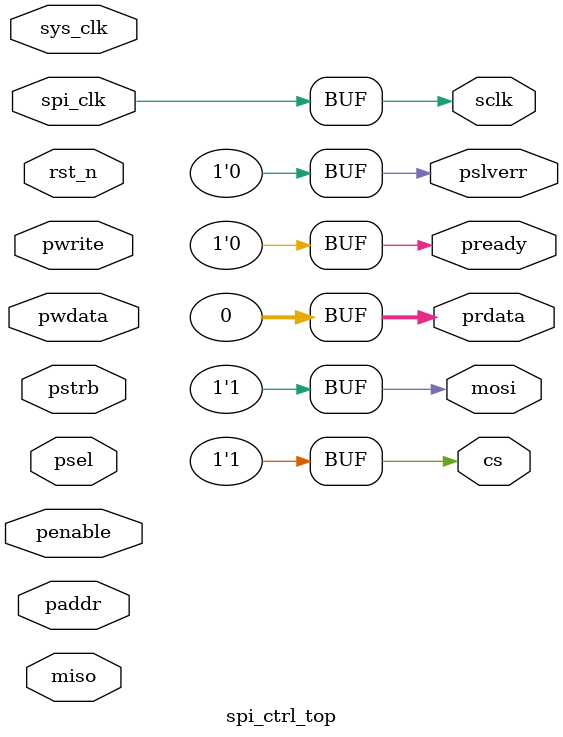
<source format=sv>
/* verilator lint_off UNUSEDSIGNAL */

module spi_ctrl_top (
    // Clock and resets
    input logic         sys_clk,
    input logic         spi_clk,
    input logic         rst_n,
    // APB Interface
    input logic [15:0]  paddr,
    input logic         pwrite,
    input logic         psel,
    input logic         penable,
    input logic [3:0]   pstrb,
    input logic [31:0]  pwdata,
    output logic [31:0] prdata,
    output logic        pready,
    output logic        pslverr,
    // SPI interface
    output logic        sclk,
    output logic        mosi,
    input logic         miso,
    output logic        cs
);

    assign prdata = 32'h0;
    assign pready = 1'b0;
    assign pslverr = 1'b0;

    assign sclk = spi_clk;
    assign mosi = 1'b1;
    assign cs = 1'b1;

endmodule // spi_ctrl_top

</source>
